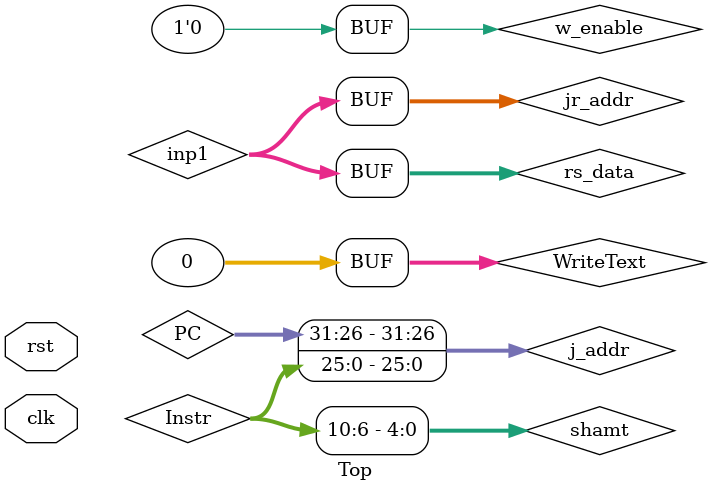
<source format=v>
`timescale 1ns/1ps
`include "DataMem.v"
`include "InstructMem.v"
`include "Control Unit.v"
`include "ALU.v"
`include "mux.v"

module Top (rst , clk);
input wire rst,clk;

reg [31:0] PC;  //Program counter
wire [31:0] nextPC;    //next PC
wire [31:0] Instr; //Instruction
reg[31:0] Reg [31:0];   //Register Memory
wire[31:0] inp1,inp2;   //Inputs to ALU
wire[31:0] rs_data, rt_data;    //Reg[rs] and Reg[rt]
reg[31:0] WriteText = 0; //Not Used
reg w_enable = 0;   //Not used
reg start;  //Signal whether process started
wire[31:0] next_inst;   //Next Instruction
wire[31:0] ReadData;    //Data read from data memory
wire[31:0] ALUout , Result; //output of ALU, result
wire ALUzero;   //ALU's zero signal
wire [4:0] shamt;

/* control unit sigmals*/
wire[1:0] PCchoose;     //Signal choosing next PC
//0 - normal (PC = PC + 4)
//1 - branch statement (PC + imm)
//2 - from register (for jr statements)
//3 - jump (for j/jal)
wire[3:0] ALUctrl;  //Signal decides the type of operation in ALU
wire[4:0] WriteReg; //Register address in which the result is to be loaded
wire ALUsrc;    //R of I format
wire MemWrite;  //Signal to write data in memory
wire MemToReg;  //Flag to decide whether ALUOut or ReadData is the result
wire RegWrite_en; //Flag, if positive register memory at WriteReg is rewritten
wire Link; // If jal instr, then this signal is asserted
wire[31:0] Imm;   //Immediate part of the instruction (in I type)

/*Finding next PC*/
wire[31:0] PCplus1 , branch_addr , jr_addr , j_addr;
assign PCplus1 = PC + 1;  
assign branch_addr = PC + Imm;  //in the case of branch instr, Imm is the offset
assign jr_addr = rs_data;   //In case of jump register, PC address will be inside the register
assign j_addr = {PC[31:26] , Instr[25:0]}; 
PCSelector PC_next_decider(PCplus1 , branch_addr , jr_addr , j_addr , PCchoose , ALUzero , nextPC);

/*Register file interactions*/
assign rs_data = Reg[Instr[25:21]]; //Data in rs = Instr[25:21]
assign rt_data = Reg[Instr[20:16]]; //Similarly for rt
mux32bit Result_decider (ALUout , ReadData , MemToReg , Result);

/*ALU interactions*/
assign inp1 = rs_data;  
assign shamt = Instr[10:6];
mux32bit in2_decider (rt_data , Imm , ALUsrc , inp2);   //inp2 decided on basis of type of Instr
ALU alu (inp1 , inp2 , shamt, ALUctrl , ALUout , ALUzero); 

InstructMem instruction (rst , clk , PC , WriteText , w_enable , WriteText ,Instr);
DataMem var (rst , clk , ALUout ,ALUout ,MemWrite , rt_data , ReadData);

control_unit unit (Instr , PCchoose, ALUctrl, WriteReg, ALUsrc, MemWrite, MemToReg, RegWrite_en, Link, Imm);



always@(posedge rst) begin
PC =0;
Reg[4] = 0;   //$a0 = starting index = 0
Reg[5] = 5;   //$a1=5=size

Reg[0] = 0;   //$zero
Reg[29] = 32'd65535;  //$sp
start = 0;
end

always@(posedge clk) begin

if(start==0) begin
start = 1;  //one time sstep
end

else begin
if (RegWrite_en) Reg[WriteReg] = Result;
if (Link) Reg[31] = PCplus1;    //jal instr. 31 is $ra.
//fetch
PC = nextPC;
end
end


endmodule

</source>
